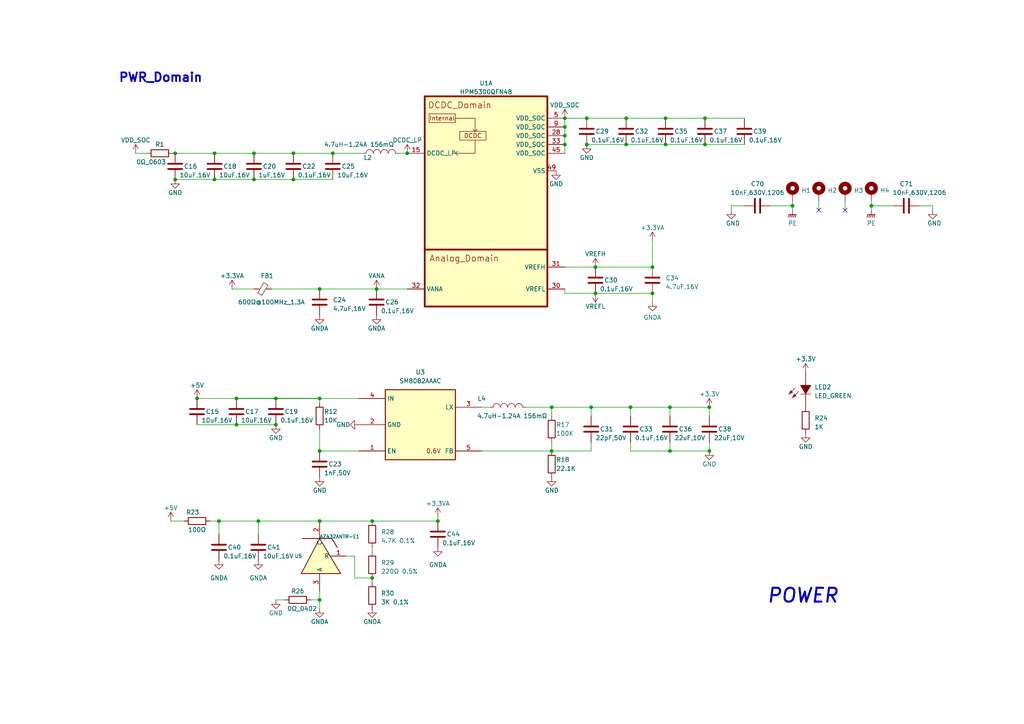
<source format=kicad_sch>
(kicad_sch (version 20230121) (generator eeschema)
  (paper "A4")
  (junction (at 68.58 115.57))
  (junction (at 118.11 44.45))
  (junction (at 181.61 41.91))
  (junction (at 193.04 41.91))
  (junction (at 160.02 118.11))
  (junction (at 92.71 83.82))
  (junction (at 172.72 85.09))
  (junction (at 170.18 34.29))
  (junction (at 68.58 123.19))
  (junction (at 57.15 115.57))
  (junction (at 189.23 77.47))
  (junction (at 73.66 44.45))
  (junction (at 92.71 115.57))
  (junction (at 194.31 130.81))
  (junction (at 50.8 52.07))
  (junction (at 170.18 41.91))
  (junction (at 182.88 118.11))
  (junction (at 109.22 83.82))
  (junction (at 63.5 151.13))
  (junction (at 85.09 44.45))
  (junction (at 85.09 52.07))
  (junction (at 62.23 52.07))
  (junction (at 107.95 151.13))
  (junction (at 92.71 173.99))
  (junction (at 127 151.13))
  (junction (at 193.04 34.29))
  (junction (at 160.02 130.81))
  (junction (at 96.52 44.45))
  (junction (at 163.83 34.29))
  (junction (at 92.71 151.13))
  (junction (at 204.47 34.29))
  (junction (at 172.72 77.47))
  (junction (at 50.8 44.45))
  (junction (at 163.83 39.37))
  (junction (at 163.83 41.91))
  (junction (at 229.87 59.69))
  (junction (at 205.74 130.81))
  (junction (at 189.23 85.09))
  (junction (at 205.74 118.11))
  (junction (at 80.01 123.19))
  (junction (at 181.61 34.29))
  (junction (at 107.95 167.64))
  (junction (at 163.83 36.83))
  (junction (at 204.47 41.91))
  (junction (at 74.93 151.13))
  (junction (at 73.66 52.07))
  (junction (at 252.73 59.69))
  (junction (at 80.01 115.57))
  (junction (at 171.45 118.11))
  (junction (at 92.71 130.81))
  (junction (at 194.31 118.11))
  (junction (at 62.23 44.45))
  (no_connect (at 245.11 60.96))
  (no_connect (at 237.49 60.96))
  (wire (pts (xy 205.74 130.81) (xy 205.74 128.27)))
  (wire (pts (xy 194.31 130.81) (xy 205.74 130.81)))
  (wire (pts (xy 252.73 59.69) (xy 252.73 58.42)))
  (wire (pts (xy 245.11 60.96) (xy 245.11 58.42)))
  (wire (pts (xy 205.74 118.11) (xy 205.74 120.65)))
  (wire (pts (xy 189.23 69.85) (xy 189.23 77.47)))
  (wire (pts (xy 193.04 34.29) (xy 204.47 34.29)))
  (wire (pts (xy 204.47 34.29) (xy 215.9 34.29)))
  (wire (pts (xy 237.49 60.96) (xy 237.49 58.42)))
  (wire (pts (xy 189.23 85.09) (xy 189.23 87.63)))
  (wire (pts (xy 49.53 151.13) (xy 53.34 151.13)))
  (wire (pts (xy 90.17 173.99) (xy 92.71 173.99)))
  (wire (pts (xy 102.87 167.64) (xy 107.95 167.64)))
  (wire (pts (xy 160.02 118.11) (xy 171.45 118.11)))
  (wire (pts (xy 96.52 44.45) (xy 105.41 44.45)))
  (wire (pts (xy 194.31 118.11) (xy 205.74 118.11)))
  (wire (pts (xy 78.74 83.82) (xy 92.71 83.82)))
  (wire (pts (xy 104.14 130.81) (xy 92.71 130.81)))
  (wire (pts (xy 194.31 128.27) (xy 194.31 130.81)))
  (wire (pts (xy 171.45 130.81) (xy 160.02 130.81)))
  (wire (pts (xy 204.47 41.91) (xy 215.9 41.91)))
  (wire (pts (xy 39.37 44.45) (xy 42.545 44.45)))
  (wire (pts (xy 107.95 151.13) (xy 127 151.13)))
  (wire (pts (xy 163.83 34.29) (xy 163.83 36.83)))
  (wire (pts (xy 193.04 41.91) (xy 204.47 41.91)))
  (wire (pts (xy 73.66 44.45) (xy 85.09 44.45)))
  (wire (pts (xy 68.58 123.19) (xy 80.01 123.19)))
  (wire (pts (xy 102.87 161.29) (xy 102.87 167.64)))
  (wire (pts (xy 85.09 52.07) (xy 96.52 52.07)))
  (wire (pts (xy 194.31 118.11) (xy 194.31 120.65)))
  (wire (pts (xy 171.45 118.11) (xy 182.88 118.11)))
  (wire (pts (xy 182.88 118.11) (xy 194.31 118.11)))
  (wire (pts (xy 172.72 85.09) (xy 189.23 85.09)))
  (wire (pts (xy 107.95 158.75) (xy 107.95 160.02)))
  (wire (pts (xy 85.09 44.45) (xy 96.52 44.45)))
  (wire (pts (xy 109.22 83.82) (xy 118.11 83.82)))
  (wire (pts (xy 163.83 85.09) (xy 172.72 85.09)))
  (wire (pts (xy 57.15 123.19) (xy 68.58 123.19)))
  (wire (pts (xy 182.88 118.11) (xy 182.88 120.65)))
  (wire (pts (xy 252.73 59.69) (xy 259.08 59.69)))
  (wire (pts (xy 118.11 44.45) (xy 115.57 44.45)))
  (wire (pts (xy 142.24 118.11) (xy 139.7 118.11)))
  (wire (pts (xy 163.83 34.29) (xy 170.18 34.29)))
  (wire (pts (xy 182.88 130.81) (xy 194.31 130.81)))
  (wire (pts (xy 80.01 173.99) (xy 82.55 173.99)))
  (wire (pts (xy 74.93 151.13) (xy 92.71 151.13)))
  (wire (pts (xy 171.45 128.27) (xy 171.45 130.81)))
  (wire (pts (xy 92.71 115.57) (xy 104.14 115.57)))
  (wire (pts (xy 170.18 41.91) (xy 181.61 41.91)))
  (wire (pts (xy 223.52 59.69) (xy 229.87 59.69)))
  (wire (pts (xy 266.7 59.69) (xy 270.51 59.69)))
  (wire (pts (xy 163.83 83.82) (xy 163.83 85.09)))
  (wire (pts (xy 172.72 77.47) (xy 189.23 77.47)))
  (wire (pts (xy 68.58 115.57) (xy 80.01 115.57)) (stroke (width 0.254)))
  (wire (pts (xy 92.71 176.53) (xy 92.71 173.99)))
  (wire (pts (xy 92.71 124.46) (xy 92.71 130.81)))
  (wire (pts (xy 92.71 151.13) (xy 107.95 151.13)))
  (wire (pts (xy 60.96 151.13) (xy 63.5 151.13)))
  (wire (pts (xy 160.02 118.11) (xy 160.02 120.65)))
  (wire (pts (xy 92.71 173.99) (xy 92.71 171.45)))
  (wire (pts (xy 171.45 118.11) (xy 171.45 120.65)))
  (wire (pts (xy 107.95 167.64) (xy 107.95 168.91)))
  (wire (pts (xy 57.15 115.57) (xy 68.58 115.57)))
  (wire (pts (xy 63.5 151.13) (xy 74.93 151.13)))
  (wire (pts (xy 139.7 130.81) (xy 160.02 130.81)))
  (wire (pts (xy 74.93 151.13) (xy 74.93 154.94)))
  (wire (pts (xy 62.23 44.45) (xy 73.66 44.45)))
  (wire (pts (xy 182.88 128.27) (xy 182.88 130.81)))
  (wire (pts (xy 50.165 44.45) (xy 50.8 44.45)))
  (wire (pts (xy 252.73 60.96) (xy 252.73 59.69)))
  (wire (pts (xy 50.8 52.07) (xy 62.23 52.07)))
  (wire (pts (xy 163.83 41.91) (xy 163.83 44.45)))
  (wire (pts (xy 152.4 118.11) (xy 160.02 118.11)))
  (wire (pts (xy 181.61 41.91) (xy 193.04 41.91)))
  (wire (pts (xy 270.51 59.69) (xy 270.51 60.96)))
  (wire (pts (xy 163.83 36.83) (xy 163.83 39.37)))
  (wire (pts (xy 100.33 161.29) (xy 102.87 161.29)))
  (wire (pts (xy 80.01 115.57) (xy 92.71 115.57)) (stroke (width 0.254)))
  (wire (pts (xy 127 149.86) (xy 127 151.13)))
  (wire (pts (xy 163.83 77.47) (xy 172.72 77.47)))
  (wire (pts (xy 163.83 39.37) (xy 163.83 41.91)))
  (wire (pts (xy 160.02 128.27) (xy 160.02 130.81)))
  (wire (pts (xy 50.8 44.45) (xy 62.23 44.45)))
  (wire (pts (xy 212.09 59.69) (xy 212.09 60.96)))
  (wire (pts (xy 73.66 52.07) (xy 85.09 52.07)))
  (wire (pts (xy 92.71 83.82) (xy 109.22 83.82)))
  (wire (pts (xy 67.31 83.82) (xy 73.66 83.82)))
  (wire (pts (xy 229.87 59.69) (xy 229.87 58.42)))
  (wire (pts (xy 181.61 34.29) (xy 193.04 34.29)))
  (wire (pts (xy 229.87 60.96) (xy 229.87 59.69)))
  (wire (pts (xy 92.71 116.84) (xy 92.71 115.57)))
  (wire (pts (xy 170.18 34.29) (xy 181.61 34.29)))
  (wire (pts (xy 62.23 52.07) (xy 73.66 52.07)))
  (wire (pts (xy 63.5 151.13) (xy 63.5 154.94)))
  (wire (pts (xy 215.9 59.69) (xy 212.09 59.69)))
  (text "PWR_Domain" (at 34.29 24.13 0) (effects (font (size 2.54 2.54) (thickness 0.508) bold) (justify left bottom)))
  (text "POWER" (at 222.25 175.26 0) (effects (font (size 4 4) (thickness 0.6) bold italic) (justify left bottom)))
  (symbol (lib_id "03_HPM_Capacitance:0.1uF,16V_0402") (at 182.88 124.46 0) (unit 1)
    (property "Reference" "C33" (at 185.42 124.46 0) (effects (justify left)))
    (property "Value" "0.1uF,16V" (at 184.15 127 0) (effects (justify left)))
    (property "Footprint" "03_HPM_Capacitance:C_0402_1005Metric" (effects hide))
    (property "Model" "CL05B104KO5NNNC" (effects hide))
    (property "Company" "SAMSUNG(三星)" (effects hide))
    (instances (project "HPM5300_DCServo_CTL_REVB" (path "" (reference "C33") (unit 1))) (project "HPM5300 SKT Board QFN48 REVA" (path "" (reference "C25") (unit 1))))
  )
  (symbol (lib_id "power:+3.3V") (at 205.74 118.11 0) (mirror y) (unit 1)
    (property "Reference" "#PWR047" (effects hide))
    (property "Value" "+3.3V" (at 205.74 114.3 0))
    (instances (project "HPM5300_DCServo_CTL_REVB" (path "" (reference "#PWR047") (unit 1))) (project "HPM5300 SKT Board QFN48 REVA" (path "" (reference "#PWR030") (unit 1))))
  )
  (symbol (lib_id "02_HPM_Resistor:4.7K_0402") (at 107.95 154.94 90) (unit 1)
    (property "Reference" "R28" (at 110.49 154.305 90) (effects (justify right)))
    (property "Value" "4.7K 0.1%" (at 110.49 156.845 90) (effects (justify right)))
    (property "Footprint" "02_HPM_Resistor:R_0402_1005Metric" (effects hide))
    (property "Model" " 0402WGF4701TCE" (effects hide))
    (property "Company" "UNI-ROYAL(厚声)" (effects hide))
    (instances (project "HPM5300_DCServo_CTL_REVB" (path "" (reference "R28") (unit 1))) (project "HPM5300 SKT Board QFN48 REVA" (path "" (reference "R2") (unit 1))))
  )
  (symbol (lib_id "01-HPM-Peripheral:MountingHole_Pad") (at 245.11 55.88 0) (unit 1)
    (property "Reference" "H3" (at 247.65 55.245 0) (effects (justify left)))
    (property "Value" "MountingHole_Pad" (effects hide))
    (property "Footprint" "01_HPM_Peripheral:MountingHole_3.2mm_M3_Pad" (effects hide))
  )
  (symbol (lib_id "00_HPM5300_Library:HPM5361IEG1") (at 123.19 27.94 0) (unit 1)
    (property "Reference" "U1" (at 140.97 24.13 0))
    (property "Value" "HPM5300QFN48" (at 140.97 26.67 0))
    (property "Footprint" "00_HPM_Library:QFN-48_6x6mm_P0.4mm_EP4.2x4.2mm" (effects hide))
  )
  (symbol (lib_id "power:GND") (at 80.01 123.19 0) (unit 1)
    (property "Reference" "#PWR024" (effects hide))
    (property "Value" "GND" (at 77.978 127 0) (effects (justify left)))
    (instances (project "HPM5300_DCServo_CTL_REVB" (path "" (reference "#PWR024") (unit 1))) (project "HPM5300 SKT Board QFN48 REVA" (path "" (reference "#PWR034") (unit 1))))
  )
  (symbol (lib_id "power:GNDA") (at 74.93 162.56 0) (unit 1)
    (property "Reference" "#PWR054" (effects hide))
    (property "Value" "GNDA" (at 74.93 167.64 0))
    (instances (project "HPM5300_DCServo_CTL_REVB" (path "" (reference "#PWR054") (unit 1))) (project "HPM5300 SKT Board QFN48 REVA" (path "" (reference "#PWR015") (unit 1))))
  )
  (symbol (lib_id "power:GND") (at 205.74 130.81 0) (unit 1)
    (property "Reference" "#PWR048" (effects hide))
    (property "Value" "GND" (at 203.708 134.62 0) (effects (justify left)))
    (instances (project "HPM5300_DCServo_CTL_REVB" (path "" (reference "#PWR048") (unit 1))) (project "HPM5300 SKT Board QFN48 REVA" (path "" (reference "#PWR037") (unit 1))))
  )
  (symbol (lib_id "03_HPM_Capacitance:0.1uF,16V_0402") (at 170.18 38.1 0) (unit 1)
    (property "Reference" "C29" (at 172.72 38.1 0) (effects (justify left)))
    (property "Value" "0.1uF,16V" (at 171.45 40.64 0) (effects (justify left)))
    (property "Footprint" "03_HPM_Capacitance:C_0402_1005Metric" (effects hide))
    (property "Model" "CL05B104KO5NNNC" (effects hide))
    (property "Company" "SAMSUNG(三星)" (effects hide))
    (instances (project "HPM5300_DCServo_CTL_REVB" (path "" (reference "C29") (unit 1))) (project "HPM5300 SKT Board QFN48 REVA" (path "" (reference "C3") (unit 1))))
  )
  (symbol (lib_id "power:GND") (at 270.51 60.96 0) (mirror y) (unit 1)
    (property "Reference" "#PWR065" (effects hide))
    (property "Value" "GND" (at 273.05 64.77 0) (effects (justify left)))
    (instances (project "HPM5300_DCServo_CTL_REVB" (path "" (reference "#PWR065") (unit 1)) (path "" (reference "#PWR0170") (unit 1))) (project "DCServo_DRV" (path "" (reference "#PWR042") (unit 1))) (project "HPM5300 SKT Board QFN48 REVA" (path "" (reference "#PWR037") (unit 1))))
  )
  (symbol (lib_id "03_HPM_Capacitance:0.1uF,16V_0402") (at 109.22 87.63 0) (unit 1)
    (property "Reference" "C26" (at 111.76 87.63 0) (effects (justify left)))
    (property "Value" "0.1uF,16V" (at 110.49 90.17 0) (effects (justify left)))
    (property "Footprint" "03_HPM_Capacitance:C_0402_1005Metric" (effects hide))
    (property "Model" "CL05B104KO5NNNC" (effects hide))
    (property "Company" "SAMSUNG(三星)" (effects hide))
    (instances (project "HPM5300_DCServo_CTL_REVB" (path "" (reference "C26") (unit 1))) (project "HPM5300 SKT Board QFN48 REVA" (path "" (reference "C19") (unit 1))))
  )
  (symbol (lib_id "power:GND") (at 50.8 52.07 0) (unit 1)
    (property "Reference" "#PWR022" (effects hide))
    (property "Value" "GND" (at 48.768 55.88 0) (effects (justify left)))
    (instances (project "HPM5300_DCServo_CTL_REVB" (path "" (reference "#PWR022") (unit 1))) (project "HPM5300 SKT Board QFN48 REVA" (path "" (reference "#PWR07") (unit 1))))
  )
  (symbol (lib_id "03_HPM_Capacitance:22uF,10V_0603") (at 194.31 124.46 0) (unit 1)
    (property "Reference" "C36" (at 196.85 124.46 0) (effects (justify left)))
    (property "Value" "22uF,10V" (at 195.58 127 0) (effects (justify left)))
    (property "Footprint" "03_HPM_Capacitance:C_0603_1608Metric" (effects hide))
    (property "Model" " CL10A226MP8NUNE" (effects hide))
    (property "Company" " SAMSUNG(三星)" (effects hide))
    (instances (project "HPM5300_DCServo_CTL_REVB" (path "" (reference "C36") (unit 1))) (project "HPM5300 SKT Board QFN48 REVA" (path "" (reference "C26") (unit 1))))
  )
  (symbol (lib_id "power:GND") (at 212.09 60.96 0) (mirror y) (unit 1)
    (property "Reference" "#PWR059" (effects hide))
    (property "Value" "GND" (at 214.63 64.77 0) (effects (justify left)))
    (instances (project "HPM5300_DCServo_CTL_REVB" (path "" (reference "#PWR059") (unit 1)) (path "" (reference "#PWR0162") (unit 1))) (project "DCServo_DRV" (path "" (reference "#PWR036") (unit 1))) (project "HPM5300 SKT Board QFN48 REVA" (path "" (reference "#PWR037") (unit 1))))
  )
  (symbol (lib_id "03_HPM_Capacitance:0.1uF,16V_0402") (at 80.01 119.38 0) (unit 1)
    (property "Reference" "C19" (at 82.55 119.38 0) (effects (justify left)))
    (property "Value" "0.1uF,16V" (at 81.28 121.92 0) (effects (justify left)))
    (property "Footprint" "03_HPM_Capacitance:C_0402_1005Metric" (effects hide))
    (property "Model" "CL05B104KO5NNNC" (effects hide))
    (property "Company" "SAMSUNG(三星)" (effects hide))
    (instances (project "HPM5300_DCServo_CTL_REVB" (path "" (reference "C19") (unit 1))) (project "HPM5300 SKT Board QFN48 REVA" (path "" (reference "C22") (unit 1))))
  )
  (symbol (lib_id "02_HPM_Resistor:100K_0402") (at 160.02 124.46 90) (unit 1)
    (property "Reference" "R17" (at 161.29 123.19 90) (effects (justify right)))
    (property "Value" "100K" (at 161.29 125.73 90) (effects (justify right)))
    (property "Footprint" "02_HPM_Resistor:R_0402_1005Metric" (effects hide))
    (property "Model" "0402WGF1003TCE" (effects hide))
    (property "Company" "UNI-ROYAL(厚声)" (effects hide))
    (instances (project "HPM5300_DCServo_CTL_REVB" (path "" (reference "R17") (unit 1))) (project "HPM5300 SKT Board QFN48 REVA" (path "" (reference "R11") (unit 1))))
  )
  (symbol (lib_id "00_HPM_power:VREFH") (at 172.72 77.47 0) (unit 1)
    (property "Reference" "#PWR042" (effects hide))
    (property "Value" "VREFH" (at 172.72 73.66 0))
    (instances (project "HPM5300_DCServo_CTL_REVB" (path "" (reference "#PWR042") (unit 1))) (project "HPM5300 SKT Board QFN48 REVA" (path "" (reference "#PWR018") (unit 1))))
  )
  (symbol (lib_id "power:GNDA") (at 92.71 91.44 0) (unit 1)
    (property "Reference" "#PWR028" (effects hide))
    (property "Value" "GNDA" (at 92.71 95.25 0))
    (instances (project "HPM5300_DCServo_CTL_REVB" (path "" (reference "#PWR028") (unit 1))) (project "HPM5300 SKT Board QFN48 REVA" (path "" (reference "#PWR027") (unit 1))))
  )
  (symbol (lib_id "02_HPM_Resistor:0Ω_0402") (at 86.36 173.99 0) (unit 1)
    (property "Reference" "R26" (at 86.36 171.45 0))
    (property "Value" "0Ω_0402" (at 87.63 176.53 0))
    (property "Footprint" "02_HPM_Resistor:R_0402_1005Metric" (effects hide))
    (property "Model" "RC0402JR-070RL" (effects hide))
    (property "Company" "YAGEO(国巨)" (effects hide))
    (instances (project "HPM5300_DCServo_CTL_REVB" (path "" (reference "R26") (unit 1))) (project "HPM5300 SKT Board QFN48 REVA" (path "" (reference "R8") (unit 1))))
  )
  (symbol (lib_id "03_HPM_Capacitance:0.1uF,16V_0402") (at 127 154.94 0) (unit 1)
    (property "Reference" "C44" (at 129.54 154.94 0) (effects (justify left)))
    (property "Value" "0.1uF,16V" (at 128.27 157.48 0) (effects (justify left)))
    (property "Footprint" "03_HPM_Capacitance:C_0402_1005Metric" (effects hide))
    (property "Model" "CL05B104KO5NNNC" (effects hide))
    (property "Company" "SAMSUNG(三星)" (effects hide))
    (instances (project "HPM5300_DCServo_CTL_REVB" (path "" (reference "C44") (unit 1))) (project "HPM5300 SKT Board QFN48 REVA" (path "" (reference "C13") (unit 1))))
  )
  (symbol (lib_id "03_HPM_Capacitance:10uF,10V_0603") (at 74.93 158.75 0) (unit 1)
    (property "Reference" "C41" (at 77.47 158.75 0) (effects (justify left)))
    (property "Value" "10uF,16V" (at 76.2 161.29 0) (effects (justify left)))
    (property "Footprint" "02_HPM_Resistor:R_0603_1608Metric" (effects hide))
    (property "Model" " CL10A106KP8NNNC" (effects hide))
    (property "Company" " SAMSUNG(三星) " (effects hide))
    (instances (project "HPM5300_DCServo_CTL_REVB" (path "" (reference "C41") (unit 1))) (project "HPM5300 SKT Board QFN48 REVA" (path "" (reference "C15") (unit 1))))
  )
  (symbol (lib_id "03_HPM_Capacitance:22uF,10V_0603") (at 205.74 124.46 0) (unit 1)
    (property "Reference" "C38" (at 208.28 124.46 0) (effects (justify left)))
    (property "Value" "22uF,10V" (at 207.01 127 0) (effects (justify left)))
    (property "Footprint" "03_HPM_Capacitance:C_0603_1608Metric" (effects hide))
    (property "Model" " CL10A226MP8NUNE" (effects hide))
    (property "Company" " SAMSUNG(三星)" (effects hide))
    (instances (project "HPM5300_DCServo_CTL_REVB" (path "" (reference "C38") (unit 1))) (project "HPM5300 SKT Board QFN48 REVA" (path "" (reference "C27") (unit 1))))
  )
  (symbol (lib_id "03_HPM_Capacitance:0.1uF,16V_0402") (at 172.72 81.28 0) (unit 1)
    (property "Reference" "C30" (at 175.26 81.28 0) (effects (justify left)))
    (property "Value" "0.1uF,16V" (at 173.99 83.82 0) (effects (justify left)))
    (property "Footprint" "03_HPM_Capacitance:C_0402_1005Metric" (effects hide))
    (property "Model" "CL05B104KO5NNNC" (effects hide))
    (property "Company" "SAMSUNG(三星)" (effects hide))
    (instances (project "HPM5300_DCServo_CTL_REVB" (path "" (reference "C30") (unit 1))) (project "HPM5300 SKT Board QFN48 REVA" (path "" (reference "C16") (unit 1))))
  )
  (symbol (lib_id "power:+3.3VA") (at 67.31 83.82 0) (unit 1)
    (property "Reference" "#PWR023" (effects hide))
    (property "Value" "+3.3VA" (at 67.31 80.01 0))
    (instances (project "HPM5300_DCServo_CTL_REVB" (path "" (reference "#PWR023") (unit 1))) (project "HPM5300 SKT Board QFN48 REVA" (path "" (reference "#PWR022") (unit 1))))
  )
  (symbol (lib_id "07_HPM_Inductance:4.7uH-1.24A 156mΩ") (at 110.49 44.45 0) (unit 1)
    (property "Reference" "L2" (at 106.68 45.72 0))
    (property "Value" "4.7uH-1.24A 156mΩ" (at 104.14 41.91 0))
    (property "Footprint" "07_HPM_Inductance:L3012" (effects hide))
    (property "Model" "SWPA3012S4R7MT" (effects hide))
    (property "Company" " Sunlord(顺络) " (effects hide))
    (instances (project "HPM5300_DCServo_CTL_REVB" (path "" (reference "L2") (unit 1))) (project "HPM5300 SKT Board QFN48 REVA" (path "" (reference "L1") (unit 1))))
  )
  (symbol (lib_id "power:+5V") (at 49.53 151.13 0) (unit 1)
    (property "Reference" "#PWR049" (effects hide))
    (property "Value" "+5V" (at 49.53 147.32 0))
    (instances (project "HPM5300_DCServo_CTL_REVB" (path "" (reference "#PWR049") (unit 1))) (project "HPM5300 SKT Board QFN48 REVA" (path "" (reference "#PWR08") (unit 1))))
  )
  (symbol (lib_id "03_HPM_Capacitance:4.7uF,16V_0603") (at 189.23 81.28 0) (unit 1)
    (property "Reference" "C34" (at 193.04 80.645 0) (effects (justify left)))
    (property "Value" "4.7uF,16V" (at 193.04 83.185 0) (effects (justify left)))
    (property "Footprint" "03_HPM_Capacitance:C_0603_1608Metric" (effects hide))
    (property "Model" "CL10A475KO8NNNC" (effects hide))
    (property "Company" " SAMSUNG(三星)" (effects hide))
    (instances (project "HPM5300_DCServo_CTL_REVB" (path "" (reference "C34") (unit 1))) (project "HPM5300 SKT Board QFN48 REVA" (path "" (reference "C17") (unit 1))))
  )
  (symbol (lib_id "03_HPM_Capacitance:0.1uF,16V_0402") (at 85.09 48.26 0) (unit 1)
    (property "Reference" "C22" (at 87.63 48.26 0) (effects (justify left)))
    (property "Value" "0.1uF,16V" (at 86.36 50.8 0) (effects (justify left)))
    (property "Footprint" "03_HPM_Capacitance:C_0402_1005Metric" (effects hide))
    (property "Model" "CL05B104KO5NNNC" (effects hide))
    (property "Company" "SAMSUNG(三星)" (effects hide))
    (instances (project "HPM5300_DCServo_CTL_REVB" (path "" (reference "C22") (unit 1))) (project "HPM5300 SKT Board QFN48 REVA" (path "" (reference "C11") (unit 1))))
  )
  (symbol (lib_id "03_HPM_Capacitance:10uF,10V_0603") (at 62.23 48.26 0) (unit 1)
    (property "Reference" "C18" (at 64.77 48.26 0) (effects (justify left)))
    (property "Value" "10uF,16V" (at 63.5 50.8 0) (effects (justify left)))
    (property "Footprint" "02_HPM_Resistor:R_0603_1608Metric" (effects hide))
    (property "Model" " CL10A106KP8NNNC" (effects hide))
    (property "Company" " SAMSUNG(三星) " (effects hide))
    (instances (project "HPM5300_DCServo_CTL_REVB" (path "" (reference "C18") (unit 1))) (project "HPM5300 SKT Board QFN48 REVA" (path "" (reference "C9") (unit 1))))
  )
  (symbol (lib_id "power:GNDA") (at 109.22 91.44 0) (unit 1)
    (property "Reference" "#PWR033" (effects hide))
    (property "Value" "GNDA" (at 109.22 95.25 0))
    (instances (project "HPM5300_DCServo_CTL_REVB" (path "" (reference "#PWR033") (unit 1))) (project "HPM5300 SKT Board QFN48 REVA" (path "" (reference "#PWR028") (unit 1))))
  )
  (symbol (lib_id "01-HPM-Peripheral:LED_GREEN") (at 233.68 111.76 90) (unit 1)
    (property "Reference" "LED2" (at 236.22 112.2679 90) (effects (justify right)))
    (property "Value" "LED_GREEN" (at 236.22 114.8079 90) (effects (justify right)))
    (property "Footprint" "01_HPM_Peripheral:LED_0603" (effects hide))
    (property "Model" "NCD0603C1" (effects hide))
    (property "Company" "国星光电" (effects hide))
    (instances (project "HPM5300_DCServo_CTL_REVB" (path "" (reference "LED2") (unit 1))) (project "HPM5300 SKT Board QFN48 REVA" (path "" (reference "LED1") (unit 1))))
  )
  (symbol (lib_id "01-HPM-Peripheral:MountingHole_Pad") (at 237.49 55.88 0) (unit 1)
    (property "Reference" "H2" (at 240.03 55.245 0) (effects (justify left)))
    (property "Value" "MountingHole_Pad" (effects hide))
    (property "Footprint" "01_HPM_Peripheral:MountingHole_3.2mm_M3_Pad" (effects hide))
  )
  (symbol (lib_id "01-HPM-Peripheral:MountingHole_Pad") (at 229.87 55.88 0) (unit 1)
    (property "Reference" "H1" (at 232.41 55.245 0) (effects (justify left)))
    (property "Value" "MountingHole_Pad" (effects hide))
    (property "Footprint" "01_HPM_Peripheral:MountingHole_3.2mm_M3_Pad" (effects hide))
  )
  (symbol (lib_id "power:+5V") (at 57.15 115.57 0) (unit 1)
    (property "Reference" "#PWR021" (effects hide))
    (property "Value" "+5V" (at 57.15 111.76 0))
    (instances (project "HPM5300_DCServo_CTL_REVB" (path "" (reference "#PWR021") (unit 1))) (project "HPM5300 SKT Board QFN48 REVA" (path "" (reference "#PWR029") (unit 1))))
  )
  (symbol (lib_id "power:GND") (at 170.18 41.91 0) (unit 1)
    (property "Reference" "#PWR041" (effects hide))
    (property "Value" "GND" (at 168.148 45.72 0) (effects (justify left)))
    (instances (project "HPM5300_DCServo_CTL_REVB" (path "" (reference "#PWR041") (unit 1))) (project "HPM5300 SKT Board QFN48 REVA" (path "" (reference "#PWR05") (unit 1))))
  )
  (symbol (lib_id "power:GNDA") (at 107.95 176.53 0) (unit 1)
    (property "Reference" "#PWR061" (effects hide))
    (property "Value" "GNDA" (at 107.95 180.34 0))
    (instances (project "HPM5300_DCServo_CTL_REVB" (path "" (reference "#PWR061") (unit 1))) (project "HPM5300 SKT Board QFN48 REVA" (path "" (reference "#PWR021") (unit 1))))
  )
  (symbol (lib_id "03_HPM_Capacitance:10uF,10V_0603") (at 96.52 48.26 0) (unit 1)
    (property "Reference" "C25" (at 99.06 48.26 0) (effects (justify left)))
    (property "Value" "10uF,16V" (at 97.79 50.8 0) (effects (justify left)))
    (property "Footprint" "02_HPM_Resistor:R_0603_1608Metric" (effects hide))
    (property "Model" " CL10A106KP8NNNC" (effects hide))
    (property "Company" " SAMSUNG(三星) " (effects hide))
    (instances (project "HPM5300_DCServo_CTL_REVB" (path "" (reference "C25") (unit 1))) (project "HPM5300 SKT Board QFN48 REVA" (path "" (reference "C12") (unit 1))))
  )
  (symbol (lib_id "power:+3.3VA") (at 189.23 69.85 0) (unit 1)
    (property "Reference" "#PWR035" (effects hide))
    (property "Value" "+3.3VA" (at 189.23 66.04 0))
    (instances (project "HPM5300_DCServo_CTL_REVB" (path "" (reference "#PWR035") (unit 1))) (project "HPM5300 SKT Board QFN48 REVA" (path "" (reference "#PWR033") (unit 1))))
  )
  (symbol (lib_id "00_HPM_power:DCDC_LP") (at 118.11 44.45 0) (unit 1)
    (property "Reference" "#PWR034" (effects hide))
    (property "Value" "DCDC_LP" (at 118.11 40.64 0))
    (instances (project "HPM5300_DCServo_CTL_REVB" (path "" (reference "#PWR034") (unit 1))) (project "HPM5300 SKT Board QFN48 REVA" (path "" (reference "#PWR06") (unit 1))))
  )
  (symbol (lib_id "02_HPM_Resistor:0Ω_0603") (at 46.355 44.45 0) (unit 1)
    (property "Reference" "R1" (at 46.355 41.91 0))
    (property "Value" "0Ω_0603" (at 43.815 46.99 0))
    (property "Footprint" "02_HPM_Resistor:R_0603_1608Metric" (effects hide))
    (property "Model" "0603WAF0000T5E" (effects hide))
    (property "Company" "UNI-ROYAL(厚声)" (effects hide))
    (instances (project "HPM5300_DCServo_CTL_REVB" (path "" (reference "R1") (unit 1)) (path "" (reference "R34") (unit 1))) (project "HPM5300 SKT Board QFN32 REVA" (path "" (reference "R38") (unit 1))))
  )
  (symbol (lib_id "02_HPM_Resistor:22.1K_0402") (at 160.02 134.62 90) (unit 1)
    (property "Reference" "R18" (at 161.29 133.35 90) (effects (justify right)))
    (property "Value" "22.1K" (at 161.29 135.89 90) (effects (justify right)))
    (property "Footprint" "02_HPM_Resistor:R_0402_1005Metric" (effects hide))
    (property "Model" "0402WGF2212TCE" (effects hide))
    (property "Company" "UNI-ROYAL(厚声)" (effects hide))
    (instances (project "HPM5300_DCServo_CTL_REVB" (path "" (reference "R18") (unit 1))) (project "HPM5300 SKT Board QFN48 REVA" (path "" (reference "R15") (unit 1))))
  )
  (symbol (lib_id "power:GNDA") (at 63.5 162.56 0) (unit 1)
    (property "Reference" "#PWR053" (effects hide))
    (property "Value" "GNDA" (at 63.5 167.64 0))
    (instances (project "HPM5300_DCServo_CTL_REVB" (path "" (reference "#PWR053") (unit 1))) (project "HPM5300 SKT Board QFN48 REVA" (path "" (reference "#PWR014") (unit 1))))
  )
  (symbol (lib_id "00_PWR:10nF,630V,1206") (at 262.89 59.69 90) (unit 1)
    (property "Reference" "C71" (at 262.89 53.34 90))
    (property "Value" "10nF,630V,1206" (at 266.7 55.88 90))
    (property "Footprint" "03_HPM_Capacitance:C_1206_3216Metric" (effects hide))
    (property "Model" "C3216X7R2J103K115AA" (effects hide))
    (property "Company" "TDK" (effects hide))
    (instances (project "HPM5300_DCServo_CTL_REVB" (path "" (reference "C71") (unit 1)) (path "" (reference "C99") (unit 1))) (project "DCServo_DRV" (path "" (reference "C35") (unit 1))) (project "DRV_PWR_RevA" (path "" (reference "C124") (unit 1))))
  )
  (symbol (lib_id "03_HPM_Capacitance:1nF,50V_0402") (at 92.71 134.62 0) (unit 1)
    (property "Reference" "C23" (at 95.25 134.62 0) (effects (justify left)))
    (property "Value" "1nF,50V" (at 93.98 137.16 0) (effects (justify left)))
    (property "Footprint" "03_HPM_Capacitance:C_0402_1005Metric" (effects hide))
    (property "Model" "CL05B102KB5NNNC" (effects hide))
    (property "Company" "SAMSUNG(三星)" (effects hide))
    (instances (project "HPM5300_DCServo_CTL_REVB" (path "" (reference "C23") (unit 1))) (project "HPM5300 SKT Board QFN48 REVA" (path "" (reference "C30") (unit 1))))
  )
  (symbol (lib_id "power:GND") (at 80.01 173.99 0) (unit 1)
    (property "Reference" "#PWR058" (effects hide))
    (property "Value" "GND" (at 77.978 177.8 0) (effects (justify left)))
    (instances (project "HPM5300_DCServo_CTL_REVB" (path "" (reference "#PWR058") (unit 1))) (project "HPM5300 SKT Board QFN48 REVA" (path "" (reference "#PWR019") (unit 1))))
  )
  (symbol (lib_id "03_HPM_Capacitance:10uF,10V_0603") (at 50.8 48.26 0) (unit 1)
    (property "Reference" "C16" (at 53.34 48.26 0) (effects (justify left)))
    (property "Value" "10uF,16V" (at 52.07 50.8 0) (effects (justify left)))
    (property "Footprint" "02_HPM_Resistor:R_0603_1608Metric" (effects hide))
    (property "Model" " CL10A106KP8NNNC" (effects hide))
    (property "Company" " SAMSUNG(三星) " (effects hide))
    (instances (project "HPM5300_DCServo_CTL_REVB" (path "" (reference "C16") (unit 1))) (project "HPM5300 SKT Board QFN48 REVA" (path "" (reference "C8") (unit 1))))
  )
  (symbol (lib_id "08_HPM_Power_IC:SM8082AAAC") (at 104.14 113.03 0) (unit 1)
    (property "Reference" "U3" (at 121.92 107.95 0))
    (property "Value" "SM8082AAAC" (at 121.92 110.49 0))
    (property "Footprint" "06_HPM_SOT:SOT-23-5" (effects hide))
    (property "Model" "SM8082AAAC" (effects hide))
    (property "Company" "silergy(矽力杰)" (effects hide))
  )
  (symbol (lib_id "power:GND") (at 233.68 125.73 0) (unit 1)
    (property "Reference" "#PWR052" (effects hide))
    (property "Value" "GND" (at 231.648 129.54 0) (effects (justify left)))
    (instances (project "HPM5300_DCServo_CTL_REVB" (path "" (reference "#PWR052") (unit 1))) (project "HPM5300 SKT Board QFN48 REVA" (path "" (reference "#PWR041") (unit 1))))
  )
  (symbol (lib_id "03_HPM_Capacitance:0.1uF,16V_0402") (at 181.61 38.1 0) (unit 1)
    (property "Reference" "C32" (at 184.15 38.1 0) (effects (justify left)))
    (property "Value" "0.1uF,16V" (at 182.88 40.64 0) (effects (justify left)))
    (property "Footprint" "03_HPM_Capacitance:C_0402_1005Metric" (effects hide))
    (property "Model" "CL05B104KO5NNNC" (effects hide))
    (property "Company" "SAMSUNG(三星)" (effects hide))
    (instances (project "HPM5300_DCServo_CTL_REVB" (path "" (reference "C32") (unit 1))) (project "HPM5300 SKT Board QFN48 REVA" (path "" (reference "C4") (unit 1))))
  )
  (symbol (lib_id "03_HPM_Capacitance:10uF,10V_0603") (at 73.66 48.26 0) (unit 1)
    (property "Reference" "C20" (at 76.2 48.26 0) (effects (justify left)))
    (property "Value" "1uF,16V" (at 74.93 50.8 0) (effects (justify left)))
    (property "Footprint" "02_HPM_Resistor:R_0603_1608Metric" (effects hide))
    (property "Model" " CL10A106KP8NNNC" (effects hide))
    (property "Company" " SAMSUNG(三星) " (effects hide))
    (instances (project "HPM5300_DCServo_CTL_REVB" (path "" (reference "C20") (unit 1))) (project "HPM5300 SKT Board QFN48 REVA" (path "" (reference "C10") (unit 1))))
  )
  (symbol (lib_id "00_PWR:PE") (at 229.87 60.96 0) (unit 1)
    (property "Reference" "#PWR062" (effects hide))
    (property "Value" "PE" (at 229.87 64.77 0))
    (instances (project "HPM5300_DCServo_CTL_REVB" (path "" (reference "#PWR062") (unit 1)) (path "" (reference "#PWR0165") (unit 1))) (project "DCServo_DRV" (path "" (reference "#PWR038") (unit 1))) (project "DCDC" (path "" (reference "#PWR010") (unit 1))) (project "DRV_PWR_RevA" (path "" (reference "#PWR010") (unit 1)) (path "" (reference "#PWR0139") (unit 1))))
  )
  (symbol (lib_id "00_PWR:10nF,630V,1206") (at 219.71 59.69 90) (unit 1)
    (property "Reference" "C70" (at 219.71 53.34 90))
    (property "Value" "10nF,630V,1206" (at 219.71 55.88 90))
    (property "Footprint" "03_HPM_Capacitance:C_1206_3216Metric" (effects hide))
    (property "Model" "C3216X7R2J103K115AA" (effects hide))
    (property "Company" "TDK" (effects hide))
    (instances (project "HPM5300_DCServo_CTL_REVB" (path "" (reference "C70") (unit 1)) (path "" (reference "C98") (unit 1))) (project "DCServo_DRV" (path "" (reference "C34") (unit 1))) (project "DRV_PWR_RevA" (path "" (reference "C124") (unit 1))))
  )
  (symbol (lib_id "02_HPM_Resistor:1K_0402") (at 233.68 121.92 90) (unit 1)
    (property "Reference" "R24" (at 236.22 121.285 90) (effects (justify right)))
    (property "Value" "1K" (at 236.22 123.825 90) (effects (justify right)))
    (property "Footprint" "02_HPM_Resistor:R_0402_1005Metric" (effects hide))
    (property "Model" "0402WGF1001TCE" (effects hide))
    (property "Company" "UNI-ROYAL(厚声)" (effects hide))
    (instances (project "HPM5300_DCServo_CTL_REVB" (path "" (reference "R24") (unit 1))) (project "HPM5300 SKT Board QFN48 REVA" (path "" (reference "R14") (unit 1))))
  )
  (symbol (lib_id "03_HPM_Capacitance:10uF,10V_0603") (at 57.15 119.38 0) (unit 1)
    (property "Reference" "C15" (at 59.69 119.38 0) (effects (justify left)))
    (property "Value" "10uF,16V" (at 58.42 121.92 0) (effects (justify left)))
    (property "Footprint" "02_HPM_Resistor:R_0603_1608Metric" (effects hide))
    (property "Model" " CL10A106KP8NNNC" (effects hide))
    (property "Company" " SAMSUNG(三星) " (effects hide))
    (instances (project "HPM5300_DCServo_CTL_REVB" (path "" (reference "C15") (unit 1))) (project "HPM5300 SKT Board QFN48 REVA" (path "" (reference "C20") (unit 1))))
  )
  (symbol (lib_id "power:GND") (at 161.29 49.53 0) (unit 1)
    (property "Reference" "#PWR038" (effects hide))
    (property "Value" "GND" (at 159.258 53.34 0) (effects (justify left)))
    (instances (project "HPM5300_DCServo_CTL_REVB" (path "" (reference "#PWR038") (unit 1))) (project "HPM5300 SKT Board QFN48 REVA" (path "" (reference "#PWR013") (unit 1))))
  )
  (symbol (lib_id "power:+3.3V") (at 233.68 107.95 0) (unit 1)
    (property "Reference" "#PWR051" (effects hide))
    (property "Value" "+3.3V" (at 233.68 104.14 0))
    (instances (project "HPM5300_DCServo_CTL_REVB" (path "" (reference "#PWR051") (unit 1))) (project "HPM5300 SKT Board QFN48 REVA" (path "" (reference "#PWR031") (unit 1))))
  )
  (symbol (lib_id "power:GNDA") (at 92.71 176.53 0) (unit 1)
    (property "Reference" "#PWR060" (effects hide))
    (property "Value" "GNDA" (at 92.71 180.34 0))
    (instances (project "HPM5300_DCServo_CTL_REVB" (path "" (reference "#PWR060") (unit 1))) (project "HPM5300 SKT Board QFN48 REVA" (path "" (reference "#PWR020") (unit 1))))
  )
  (symbol (lib_id "power:GNDA") (at 127 158.75 0) (unit 1)
    (property "Reference" "#PWR063" (effects hide))
    (property "Value" "GNDA" (at 127 163.83 0))
    (instances (project "HPM5300_DCServo_CTL_REVB" (path "" (reference "#PWR063") (unit 1))) (project "HPM5300 SKT Board QFN48 REVA" (path "" (reference "#PWR010") (unit 1))))
  )
  (symbol (lib_id "00_HPM_power:VREFL") (at 172.72 85.09 180) (unit 1)
    (property "Reference" "#PWR043" (effects hide))
    (property "Value" "VREFL" (at 172.72 88.9 0))
    (instances (project "HPM5300_DCServo_CTL_REVB" (path "" (reference "#PWR043") (unit 1))) (project "HPM5300 SKT Board QFN48 REVA" (path "" (reference "#PWR024") (unit 1))))
  )
  (symbol (lib_id "02_HPM_Resistor:220Ω_0402") (at 107.95 163.83 90) (unit 1)
    (property "Reference" "R29" (at 110.49 163.195 90) (effects (justify right)))
    (property "Value" "220Ω 0.5%" (at 110.49 165.735 90) (effects (justify right)))
    (property "Footprint" "02_HPM_Resistor:R_0402_1005Metric" (effects hide))
    (property "Model" "0402WGF2200TCE" (effects hide))
    (property "Company" "UNI-ROYAL(厚声)" (effects hide))
    (instances (project "HPM5300_DCServo_CTL_REVB" (path "" (reference "R29") (unit 1))) (project "HPM5300 SKT Board QFN48 REVA" (path "" (reference "R4") (unit 1))))
  )
  (symbol (lib_id "03_HPM_Capacitance:4.7uF,16V_0603") (at 92.71 87.63 0) (unit 1)
    (property "Reference" "C24" (at 96.52 86.995 0) (effects (justify left)))
    (property "Value" "4.7uF,16V" (at 96.52 89.535 0) (effects (justify left)))
    (property "Footprint" "03_HPM_Capacitance:C_0603_1608Metric" (effects hide))
    (property "Model" "CL10A475KO8NNNC" (effects hide))
    (property "Company" " SAMSUNG(三星)" (effects hide))
    (instances (project "HPM5300_DCServo_CTL_REVB" (path "" (reference "C24") (unit 1))) (project "HPM5300 SKT Board QFN48 REVA" (path "" (reference "C18") (unit 1))))
  )
  (symbol (lib_id "03_HPM_Capacitance:10uF,10V_0603") (at 68.58 119.38 0) (unit 1)
    (property "Reference" "C17" (at 71.12 119.38 0) (effects (justify left)))
    (property "Value" "10uF,16V" (at 69.85 121.92 0) (effects (justify left)))
    (property "Footprint" "02_HPM_Resistor:R_0603_1608Metric" (effects hide))
    (property "Model" " CL10A106KP8NNNC" (effects hide))
    (property "Company" " SAMSUNG(三星) " (effects hide))
    (instances (project "HPM5300_DCServo_CTL_REVB" (path "" (reference "C17") (unit 1))) (project "HPM5300 SKT Board QFN48 REVA" (path "" (reference "C21") (unit 1))))
  )
  (symbol (lib_id "01-HPM-Peripheral:MountingHole_Pad") (at 252.73 55.88 0) (unit 1)
    (property "Reference" "H4" (at 255.27 55.245 0) (effects (justify left)))
    (property "Value" "MountingHole_Pad" (effects hide))
    (property "Footprint" "01_HPM_Peripheral:MountingHole_3.2mm_M3_Pad" (effects hide))
  )
  (symbol (lib_id "03_HPM_Capacitance:0.1uF,16V_0402") (at 215.9 38.1 0) (unit 1)
    (property "Reference" "C39" (at 218.44 38.1 0) (effects (justify left)))
    (property "Value" "0.1uF,16V" (at 217.17 40.64 0) (effects (justify left)))
    (property "Footprint" "03_HPM_Capacitance:C_0402_1005Metric" (effects hide))
    (property "Model" "CL05B104KO5NNNC" (effects hide))
    (property "Company" "SAMSUNG(三星)" (effects hide))
    (instances (project "HPM5300_DCServo_CTL_REVB" (path "" (reference "C39") (unit 1))) (project "HPM5300 SKT Board QFN48 REVA" (path "" (reference "C7") (unit 1))))
  )
  (symbol (lib_id "07_HPM_Inductance:4.7uH-1.24A 156mΩ") (at 147.32 118.11 0) (unit 1)
    (property "Reference" "L4" (at 139.7 115.57 0))
    (property "Value" "4.7uH-1.24A 156mΩ" (at 148.59 120.65 0))
    (property "Footprint" "07_HPM_Inductance:L3012" (effects hide))
    (property "Model" "SWPA3012S4R7MT" (effects hide))
    (property "Company" " Sunlord(顺络) " (effects hide))
    (instances (project "HPM5300_DCServo_CTL_REVB" (path "" (reference "L4") (unit 1))) (project "HPM5300 SKT Board QFN48 REVA" (path "" (reference "L2") (unit 1))))
  )
  (symbol (lib_id "07_HPM_Inductance:磁珠-600Ω@100MHz_1.3A_0603") (at 73.66 83.82 0) (unit 1)
    (property "Reference" "FB1" (at 77.47 80.01 0))
    (property "Value" "600Ω@100MHz_1.3A" (at 78.74 87.63 0))
    (property "Footprint" "02_HPM_Resistor:R_0603_1608Metric" (effects hide))
    (property "Model" "BLM18KG601SN1D" (effects hide))
    (property "Company" "muRata(村田)" (effects hide))
  )
  (symbol (lib_id "00_HPM_power:VDD_SOC") (at 39.37 44.45 0) (unit 1)
    (property "Reference" "#VDD_SOC_PWR01" (effects hide))
    (property "Value" "VDD_SOC" (at 39.37 40.64 0))
    (instances (project "HPM5300_DCServo_CTL_REVB" (path "" (reference "#VDD_SOC_PWR01") (unit 1))) (project "HPM5300 SKT Board QFN48 REVA" (path "" (reference "#VDD_SOC_PWR02") (unit 1))))
  )
  (symbol (lib_id "00_HPM_power:VDD_SOC") (at 163.83 34.29 0) (unit 1)
    (property "Reference" "#VDD_SOC_PWR02" (effects hide))
    (property "Value" "VDD_SOC" (at 163.83 30.48 0))
    (instances (project "HPM5300_DCServo_CTL_REVB" (path "" (reference "#VDD_SOC_PWR02") (unit 1))) (project "HPM5300 SKT Board QFN48 REVA" (path "" (reference "#VDD_SOC_PWR01") (unit 1))))
  )
  (symbol (lib_id "power:+3.3VA") (at 127 149.86 0) (unit 1)
    (property "Reference" "#PWR036" (effects hide))
    (property "Value" "+3.3VA" (at 127 146.05 0))
    (instances (project "HPM5300_DCServo_CTL_REVB" (path "" (reference "#PWR036") (unit 1))) (project "HPM5300 SKT Board QFN48 REVA" (path "" (reference "#PWR033") (unit 1))))
  )
  (symbol (lib_id "03_HPM_Capacitance:0.1uF,16V_0402") (at 63.5 158.75 0) (unit 1)
    (property "Reference" "C40" (at 66.04 158.75 0) (effects (justify left)))
    (property "Value" "0.1uF,16V" (at 64.77 161.29 0) (effects (justify left)))
    (property "Footprint" "03_HPM_Capacitance:C_0402_1005Metric" (effects hide))
    (property "Model" "CL05B104KO5NNNC" (effects hide))
    (property "Company" "SAMSUNG(三星)" (effects hide))
    (instances (project "HPM5300_DCServo_CTL_REVB" (path "" (reference "C40") (unit 1))) (project "HPM5300 SKT Board QFN48 REVA" (path "" (reference "C14") (unit 1))))
  )
  (symbol (lib_id "02_HPM_Resistor:100Ω_0402") (at 57.15 151.13 0) (unit 1)
    (property "Reference" "R23" (at 55.88 148.59 0))
    (property "Value" "100Ω" (at 57.15 153.67 0))
    (property "Footprint" "02_HPM_Resistor:R_0402_1005Metric" (effects hide))
    (property "Model" "0402WGF1000TCE" (effects hide))
    (property "Company" "UNI-ROYAL(厚声)" (effects hide))
    (instances (project "HPM5300_DCServo_CTL_REVB" (path "" (reference "R23") (unit 1))) (project "HPM5300 SKT Board QFN48 REVA" (path "" (reference "R1") (unit 1))))
  )
  (symbol (lib_id "02_HPM_Resistor:3K_0402") (at 107.95 172.72 90) (unit 1)
    (property "Reference" "R30" (at 110.49 172.085 90) (effects (justify right)))
    (property "Value" "3K 0.1%" (at 110.49 174.625 90) (effects (justify right)))
    (property "Footprint" "02_HPM_Resistor:R_0402_1005Metric" (effects hide))
    (property "Model" "RC0402FR-073KL" (effects hide))
    (property "Company" "YAGEO(国巨)" (effects hide))
    (instances (project "HPM5300_DCServo_CTL_REVB" (path "" (reference "R30") (unit 1))) (project "HPM5300 SKT Board QFN48 REVA" (path "" (reference "R7") (unit 1))))
  )
  (symbol (lib_id "03_HPM_Capacitance:22pF,50V_0402") (at 171.45 124.46 0) (unit 1)
    (property "Reference" "C31" (at 173.99 124.46 0) (effects (justify left)))
    (property "Value" "22pF,50V" (at 172.72 127 0) (effects (justify left)))
    (property "Footprint" "03_HPM_Capacitance:C_0402_1005Metric" (effects hide))
    (property "Model" "CL05C220JB5NNNC" (effects hide))
    (property "Company" " SAMSUNG(三星)" (effects hide))
    (instances (project "HPM5300_DCServo_CTL_REVB" (path "" (reference "C31") (unit 1))) (project "HPM5300 SKT Board QFN48 REVA" (path "" (reference "C24") (unit 1))))
  )
  (symbol (lib_id "03_HPM_Capacitance:0.1uF,16V_0402") (at 193.04 38.1 0) (unit 1)
    (property "Reference" "C35" (at 195.58 38.1 0) (effects (justify left)))
    (property "Value" "0.1uF,16V" (at 194.31 40.64 0) (effects (justify left)))
    (property "Footprint" "03_HPM_Capacitance:C_0402_1005Metric" (effects hide))
    (property "Model" "CL05B104KO5NNNC" (effects hide))
    (property "Company" "SAMSUNG(三星)" (effects hide))
    (instances (project "HPM5300_DCServo_CTL_REVB" (path "" (reference "C35") (unit 1))) (project "HPM5300 SKT Board QFN48 REVA" (path "" (reference "C5") (unit 1))))
  )
  (symbol (lib_id "08_HPM_Power_IC:AZ432ANTR-E1") (at 92.71 156.21 0) (unit 1)
    (property "Reference" "U5" (at 87.63 161.29 0) (effects (font (size 1 1)) (justify right)))
    (property "Value" "AZ432ANTR-E1" (at 92.71 156.21 0) (effects (font (size 1 1)) (justify left bottom)))
    (property "Footprint" "06_HPM_SOT:SOT-23" (effects hide))
    (property "Model" "AZ432ANTR-E1" (effects hide))
    (property "Company" "DIODES(美台)" (effects hide))
    (instances (project "HPM5300_DCServo_CTL_REVB" (path "" (reference "U5") (unit 1))) (project "HPM5300 SKT Board QFN48 REVA" (path "" (reference "U2") (unit 1))))
  )
  (symbol (lib_id "power:GNDA") (at 189.23 87.63 0) (unit 1)
    (property "Reference" "#PWR045" (effects hide))
    (property "Value" "GNDA" (at 189.23 92.075 0))
    (instances (project "HPM5300_DCServo_CTL_REVB" (path "" (reference "#PWR045") (unit 1))) (project "HPM5300 SKT Board QFN48 REVA" (path "" (reference "#PWR026") (unit 1))))
  )
  (symbol (lib_id "02_HPM_Resistor:10K_0402") (at 92.71 120.65 90) (unit 1)
    (property "Reference" "R12" (at 93.98 119.38 90) (effects (justify right)))
    (property "Value" "10K" (at 93.98 121.92 90) (effects (justify right)))
    (property "Footprint" "02_HPM_Resistor:R_0402_1005Metric" (effects hide))
    (property "Model" "0402WGF1002TCE" (effects hide))
    (property "Company" "UNI-ROYAL(厚声)" (effects hide))
    (instances (project "HPM5300_DCServo_CTL_REVB" (path "" (reference "R12") (unit 1))) (project "HPM5300 SKT Board QFN48 REVA" (path "" (reference "R10") (unit 1))))
  )
  (symbol (lib_id "power:GND") (at 160.02 138.43 0) (unit 1)
    (property "Reference" "#PWR039" (effects hide))
    (property "Value" "GND" (at 157.988 142.24 0) (effects (justify left)))
    (instances (project "HPM5300_DCServo_CTL_REVB" (path "" (reference "#PWR039") (unit 1))) (project "HPM5300 SKT Board QFN48 REVA" (path "" (reference "#PWR043") (unit 1))))
  )
  (symbol (lib_id "power:GND") (at 92.71 138.43 0) (unit 1)
    (property "Reference" "#PWR027" (effects hide))
    (property "Value" "GND" (at 90.678 142.24 0) (effects (justify left)))
    (instances (project "HPM5300_DCServo_CTL_REVB" (path "" (reference "#PWR027") (unit 1))) (project "HPM5300 SKT Board QFN48 REVA" (path "" (reference "#PWR042") (unit 1))))
  )
  (symbol (lib_id "power:GND") (at 104.14 123.19 270) (unit 1)
    (property "Reference" "#PWR030" (effects hide))
    (property "Value" "GND" (at 101.6 123.19 90) (effects (justify right)))
    (instances (project "HPM5300_DCServo_CTL_REVB" (path "" (reference "#PWR030") (unit 1))) (project "HPM5300 SKT Board QFN48 REVA" (path "" (reference "#PWR035") (unit 1))))
  )
  (symbol (lib_id "03_HPM_Capacitance:0.1uF,16V_0402") (at 204.47 38.1 0) (unit 1)
    (property "Reference" "C37" (at 207.01 38.1 0) (effects (justify left)))
    (property "Value" "0.1uF,16V" (at 205.74 40.64 0) (effects (justify left)))
    (property "Footprint" "03_HPM_Capacitance:C_0402_1005Metric" (effects hide))
    (property "Model" "CL05B104KO5NNNC" (effects hide))
    (property "Company" "SAMSUNG(三星)" (effects hide))
    (instances (project "HPM5300_DCServo_CTL_REVB" (path "" (reference "C37") (unit 1))) (project "HPM5300 SKT Board QFN48 REVA" (path "" (reference "C6") (unit 1))))
  )
  (symbol (lib_id "00_HPM_power:VANA") (at 109.22 83.82 0) (unit 1)
    (property "Reference" "#PWR032" (effects hide))
    (property "Value" "VANA" (at 109.22 80.01 0))
    (instances (project "HPM5300_DCServo_CTL_REVB" (path "" (reference "#PWR032") (unit 1))) (project "HPM5300 SKT Board QFN48 REVA" (path "" (reference "#PWR023") (unit 1))))
  )
  (symbol (lib_id "00_PWR:PE") (at 252.73 60.96 0) (unit 1)
    (property "Reference" "#PWR064" (effects hide))
    (property "Value" "PE" (at 252.73 64.77 0))
    (instances (project "HPM5300_DCServo_CTL_REVB" (path "" (reference "#PWR064") (unit 1)) (path "" (reference "#PWR0169") (unit 1))) (project "DCServo_DRV" (path "" (reference "#PWR041") (unit 1))) (project "DCDC" (path "" (reference "#PWR010") (unit 1))) (project "DRV_PWR_RevA" (path "" (reference "#PWR010") (unit 1)) (path "" (reference "#PWR0139") (unit 1))))
  )
)
</source>
